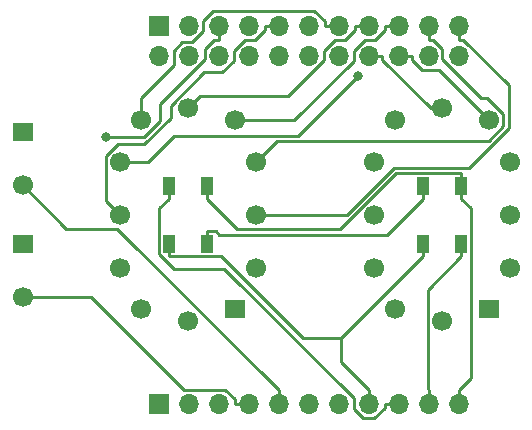
<source format=gtl>
G04 #@! TF.GenerationSoftware,KiCad,Pcbnew,5.1.2*
G04 #@! TF.CreationDate,2019-05-05T16:50:57+02:00*
G04 #@! TF.ProjectId,nixieboard,6e697869-6562-46f6-9172-642e6b696361,rev?*
G04 #@! TF.SameCoordinates,Original*
G04 #@! TF.FileFunction,Copper,L1,Top*
G04 #@! TF.FilePolarity,Positive*
%FSLAX46Y46*%
G04 Gerber Fmt 4.6, Leading zero omitted, Abs format (unit mm)*
G04 Created by KiCad (PCBNEW 5.1.2) date 2019-05-05 16:50:57*
%MOMM*%
%LPD*%
G04 APERTURE LIST*
%ADD10O,1.700000X1.700000*%
%ADD11R,1.700000X1.700000*%
%ADD12R,1.000000X1.500000*%
%ADD13C,1.700000*%
%ADD14R,1.700000X1.524000*%
%ADD15C,0.800000*%
%ADD16C,0.250000*%
G04 APERTURE END LIST*
D10*
X153400000Y-102000000D03*
X150860000Y-102000000D03*
X148320000Y-102000000D03*
X145780000Y-102000000D03*
X143240000Y-102000000D03*
X140700000Y-102000000D03*
X138160000Y-102000000D03*
X135620000Y-102000000D03*
X133080000Y-102000000D03*
X130540000Y-102000000D03*
D11*
X128000000Y-102000000D03*
D12*
X150400000Y-88450000D03*
X153600000Y-88450000D03*
X150400000Y-83550000D03*
X153600000Y-83550000D03*
D13*
X152000000Y-95000000D03*
X148000000Y-94000000D03*
X146250000Y-90500000D03*
X146250000Y-86000000D03*
X146250000Y-81500000D03*
X148000000Y-78000000D03*
X152000000Y-77000000D03*
X156000000Y-78000000D03*
X157750000Y-81500000D03*
X157750000Y-86000000D03*
X157750000Y-90500000D03*
D14*
X156000000Y-94000000D03*
D13*
X130500000Y-95000000D03*
X126500000Y-94000000D03*
X124750000Y-90500000D03*
X124750000Y-86000000D03*
X124750000Y-81500000D03*
X126500000Y-78000000D03*
X130500000Y-77000000D03*
X134500000Y-78000000D03*
X136250000Y-81500000D03*
X136250000Y-86000000D03*
X136250000Y-90500000D03*
D14*
X134500000Y-94000000D03*
D13*
X116500000Y-93000000D03*
D14*
X116500000Y-88500000D03*
D10*
X153400000Y-72540000D03*
X153400000Y-70000000D03*
X150860000Y-72540000D03*
X150860000Y-70000000D03*
X148320000Y-72540000D03*
X148320000Y-70000000D03*
X145780000Y-72540000D03*
X145780000Y-70000000D03*
X143240000Y-72540000D03*
X143240000Y-70000000D03*
X140700000Y-72540000D03*
X140700000Y-70000000D03*
X138160000Y-72540000D03*
X138160000Y-70000000D03*
X135620000Y-72540000D03*
X135620000Y-70000000D03*
X133080000Y-72540000D03*
X133080000Y-70000000D03*
X130540000Y-72540000D03*
X130540000Y-70000000D03*
X128000000Y-72540000D03*
D11*
X128000000Y-70000000D03*
D13*
X116500000Y-83500000D03*
D14*
X116500000Y-79000000D03*
D12*
X128900000Y-88450000D03*
X132100000Y-88450000D03*
X128900000Y-83550000D03*
X132100000Y-83550000D03*
D15*
X123541700Y-79443900D03*
X144871400Y-74266600D03*
D16*
X143449100Y-96476200D02*
X140256200Y-96476200D01*
X140256200Y-96476200D02*
X133305300Y-89525300D01*
X133305300Y-89525300D02*
X128900000Y-89525300D01*
X150400000Y-89525300D02*
X143449100Y-96476200D01*
X143449100Y-96476200D02*
X143449100Y-98493800D01*
X143449100Y-98493800D02*
X145780000Y-100824700D01*
X150400000Y-88450000D02*
X150400000Y-89525300D01*
X145780000Y-102000000D02*
X145780000Y-100824700D01*
X128900000Y-88450000D02*
X128900000Y-89525300D01*
X150400000Y-83550000D02*
X150400000Y-84625300D01*
X132100000Y-88450000D02*
X132100000Y-87374700D01*
X132100000Y-87374700D02*
X132822100Y-87374700D01*
X132822100Y-87374700D02*
X133158100Y-87710700D01*
X133158100Y-87710700D02*
X147314600Y-87710700D01*
X147314600Y-87710700D02*
X150400000Y-84625300D01*
X128900000Y-84625300D02*
X128074700Y-85450600D01*
X128074700Y-85450600D02*
X128074700Y-89349600D01*
X128074700Y-89349600D02*
X129277800Y-90552700D01*
X129277800Y-90552700D02*
X133516800Y-90552700D01*
X133516800Y-90552700D02*
X144510000Y-101545900D01*
X144510000Y-101545900D02*
X144510000Y-102473200D01*
X144510000Y-102473200D02*
X145268600Y-103231800D01*
X145268600Y-103231800D02*
X146280200Y-103231800D01*
X146280200Y-103231800D02*
X147144700Y-102367300D01*
X147144700Y-102367300D02*
X147144700Y-102000000D01*
X128900000Y-83550000D02*
X128900000Y-84625300D01*
X148320000Y-102000000D02*
X147144700Y-102000000D01*
X153600000Y-82474700D02*
X148113100Y-82474700D01*
X148113100Y-82474700D02*
X143381900Y-87205900D01*
X143381900Y-87205900D02*
X134680600Y-87205900D01*
X134680600Y-87205900D02*
X132100000Y-84625300D01*
X153600000Y-83550000D02*
X153600000Y-82474700D01*
X132100000Y-83550000D02*
X132100000Y-84625300D01*
X153400000Y-102000000D02*
X153400000Y-100824700D01*
X153600000Y-83550000D02*
X153600000Y-84625300D01*
X153600000Y-84625300D02*
X154425300Y-85450600D01*
X154425300Y-85450600D02*
X154425300Y-99799400D01*
X154425300Y-99799400D02*
X153400000Y-100824700D01*
X150860000Y-102000000D02*
X150860000Y-100824700D01*
X153600000Y-88450000D02*
X153600000Y-89525300D01*
X153600000Y-89525300D02*
X150788900Y-92336400D01*
X150788900Y-92336400D02*
X150788900Y-100753600D01*
X150788900Y-100753600D02*
X150860000Y-100824700D01*
X133080000Y-71175300D02*
X132712600Y-71175300D01*
X132712600Y-71175300D02*
X131904700Y-71983200D01*
X131904700Y-71983200D02*
X131904700Y-72837600D01*
X131904700Y-72837600D02*
X128158100Y-76584200D01*
X128158100Y-76584200D02*
X128158100Y-78056800D01*
X128158100Y-78056800D02*
X126771000Y-79443900D01*
X126771000Y-79443900D02*
X123541700Y-79443900D01*
X133080000Y-70000000D02*
X133080000Y-71175300D01*
X124750000Y-86000000D02*
X123559900Y-84809900D01*
X123559900Y-84809900D02*
X123559900Y-81019600D01*
X123559900Y-81019600D02*
X124532500Y-80047000D01*
X124532500Y-80047000D02*
X126804800Y-80047000D01*
X126804800Y-80047000D02*
X129058700Y-77793100D01*
X129058700Y-77793100D02*
X129058700Y-76762700D01*
X129058700Y-76762700D02*
X131888200Y-73933200D01*
X131888200Y-73933200D02*
X133380800Y-73933200D01*
X133380800Y-73933200D02*
X134350000Y-72964000D01*
X134350000Y-72964000D02*
X134350000Y-72109000D01*
X134350000Y-72109000D02*
X135283700Y-71175300D01*
X135283700Y-71175300D02*
X136176800Y-71175300D01*
X136176800Y-71175300D02*
X136984700Y-70367400D01*
X136984700Y-70367400D02*
X136984700Y-70000000D01*
X138160000Y-70000000D02*
X136984700Y-70000000D01*
X144871400Y-74266600D02*
X139844800Y-79293200D01*
X139844800Y-79293200D02*
X129278800Y-79293200D01*
X129278800Y-79293200D02*
X127072000Y-81500000D01*
X127072000Y-81500000D02*
X124750000Y-81500000D01*
X143240000Y-70000000D02*
X142064700Y-70000000D01*
X142064700Y-70000000D02*
X142064700Y-69632700D01*
X142064700Y-69632700D02*
X141200200Y-68768200D01*
X141200200Y-68768200D02*
X132568600Y-68768200D01*
X132568600Y-68768200D02*
X131776600Y-69560200D01*
X131776600Y-69560200D02*
X131776600Y-70447600D01*
X131776600Y-70447600D02*
X130859600Y-71364600D01*
X130859600Y-71364600D02*
X130014400Y-71364600D01*
X130014400Y-71364600D02*
X129270000Y-72109000D01*
X129270000Y-72109000D02*
X129270000Y-73308800D01*
X129270000Y-73308800D02*
X126500000Y-76078800D01*
X126500000Y-76078800D02*
X126500000Y-78000000D01*
X145780000Y-70000000D02*
X144604700Y-70000000D01*
X144604700Y-70000000D02*
X144604700Y-70367400D01*
X144604700Y-70367400D02*
X143796800Y-71175300D01*
X143796800Y-71175300D02*
X142903700Y-71175300D01*
X142903700Y-71175300D02*
X141970000Y-72109000D01*
X141970000Y-72109000D02*
X141970000Y-72933000D01*
X141970000Y-72933000D02*
X138929300Y-75973700D01*
X138929300Y-75973700D02*
X131526300Y-75973700D01*
X131526300Y-75973700D02*
X130500000Y-77000000D01*
X145780000Y-72540000D02*
X146955300Y-72540000D01*
X146955300Y-72540000D02*
X146955300Y-72907300D01*
X146955300Y-72907300D02*
X151048000Y-77000000D01*
X151048000Y-77000000D02*
X152000000Y-77000000D01*
X148320000Y-70000000D02*
X147144700Y-70000000D01*
X147144700Y-70000000D02*
X147144700Y-70367400D01*
X147144700Y-70367400D02*
X146336800Y-71175300D01*
X146336800Y-71175300D02*
X145443700Y-71175300D01*
X145443700Y-71175300D02*
X144510000Y-72109000D01*
X144510000Y-72109000D02*
X144510000Y-72968900D01*
X144510000Y-72968900D02*
X139478900Y-78000000D01*
X139478900Y-78000000D02*
X134500000Y-78000000D01*
X148320000Y-72540000D02*
X149495300Y-72540000D01*
X149495300Y-72540000D02*
X149495300Y-72907400D01*
X149495300Y-72907400D02*
X150303200Y-73715300D01*
X150303200Y-73715300D02*
X151715300Y-73715300D01*
X151715300Y-73715300D02*
X156000000Y-78000000D01*
X150860000Y-70000000D02*
X150860000Y-71175300D01*
X150860000Y-71175300D02*
X151227400Y-71175300D01*
X151227400Y-71175300D02*
X152035300Y-71983200D01*
X152035300Y-71983200D02*
X152035300Y-72837600D01*
X152035300Y-72837600D02*
X155339100Y-76141400D01*
X155339100Y-76141400D02*
X155841300Y-76141400D01*
X155841300Y-76141400D02*
X157188900Y-77489000D01*
X157188900Y-77489000D02*
X157188900Y-78490800D01*
X157188900Y-78490800D02*
X155936100Y-79743600D01*
X155936100Y-79743600D02*
X138006400Y-79743600D01*
X138006400Y-79743600D02*
X136250000Y-81500000D01*
X153400000Y-71175300D02*
X153767300Y-71175300D01*
X153767300Y-71175300D02*
X157639300Y-75047300D01*
X157639300Y-75047300D02*
X157639300Y-78677300D01*
X157639300Y-78677300D02*
X154292200Y-82024400D01*
X154292200Y-82024400D02*
X147926500Y-82024400D01*
X147926500Y-82024400D02*
X143950900Y-86000000D01*
X143950900Y-86000000D02*
X136250000Y-86000000D01*
X153400000Y-70000000D02*
X153400000Y-71175300D01*
X135620000Y-102000000D02*
X134444700Y-102000000D01*
X116500000Y-93000000D02*
X122296100Y-93000000D01*
X122296100Y-93000000D02*
X130120800Y-100824700D01*
X130120800Y-100824700D02*
X133636800Y-100824700D01*
X133636800Y-100824700D02*
X134444700Y-101632600D01*
X134444700Y-101632600D02*
X134444700Y-102000000D01*
X138160000Y-102000000D02*
X138160000Y-100824700D01*
X116500000Y-83500000D02*
X120175400Y-87175400D01*
X120175400Y-87175400D02*
X124510700Y-87175400D01*
X124510700Y-87175400D02*
X138160000Y-100824700D01*
M02*

</source>
